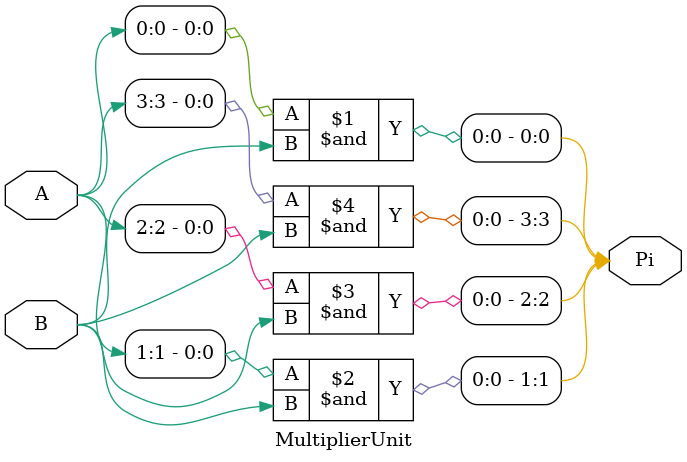
<source format=v>
module MultiplierUnit(Pi, A, B);
output [3:0] Pi;
input [3:0]A;
input B;

assign Pi = {A[3]&B, A[2]&B, A[1]&B, A[0]&B};
endmodule
</source>
